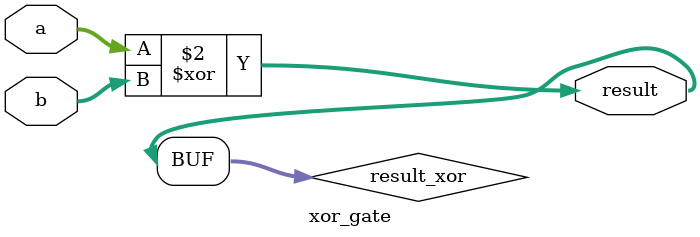
<source format=sv>
module xor_gate #(parameter N=32)
					  (input  logic [N-1:0] a, b,
					   output logic [N-1:0] result);



logic [N-1:0] result_xor;

always_comb begin
	result_xor <= a ^ b;
end

assign result = result_xor;

endmodule
</source>
